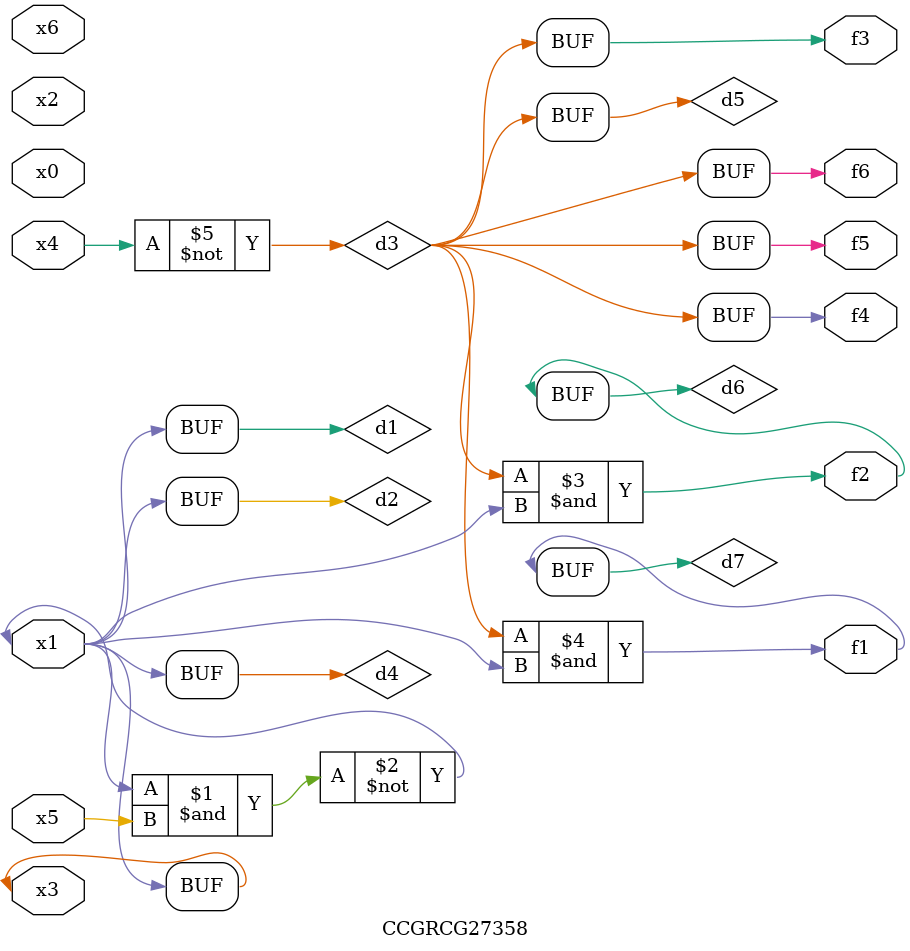
<source format=v>
module CCGRCG27358(
	input x0, x1, x2, x3, x4, x5, x6,
	output f1, f2, f3, f4, f5, f6
);

	wire d1, d2, d3, d4, d5, d6, d7;

	buf (d1, x1, x3);
	nand (d2, x1, x5);
	not (d3, x4);
	buf (d4, d1, d2);
	buf (d5, d3);
	and (d6, d3, d4);
	and (d7, d3, d4);
	assign f1 = d7;
	assign f2 = d6;
	assign f3 = d5;
	assign f4 = d5;
	assign f5 = d5;
	assign f6 = d5;
endmodule

</source>
